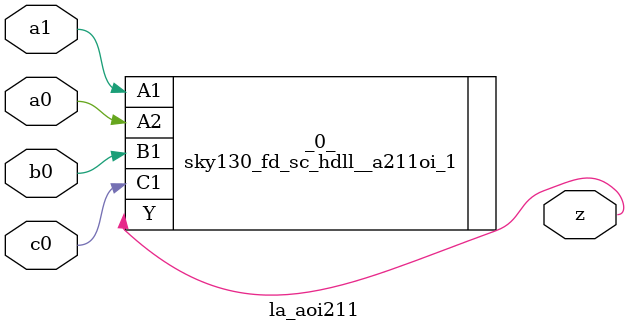
<source format=v>

/* Generated by Yosys 0.37 (git sha1 a5c7f69ed, clang 14.0.0-1ubuntu1.1 -fPIC -Os) */

module la_aoi211(a0, a1, b0, c0, z);
  input a0;
  wire a0;
  input a1;
  wire a1;
  input b0;
  wire b0;
  input c0;
  wire c0;
  output z;
  wire z;
  sky130_fd_sc_hdll__a211oi_1 _0_ (
    .A1(a1),
    .A2(a0),
    .B1(b0),
    .C1(c0),
    .Y(z)
  );
endmodule

</source>
